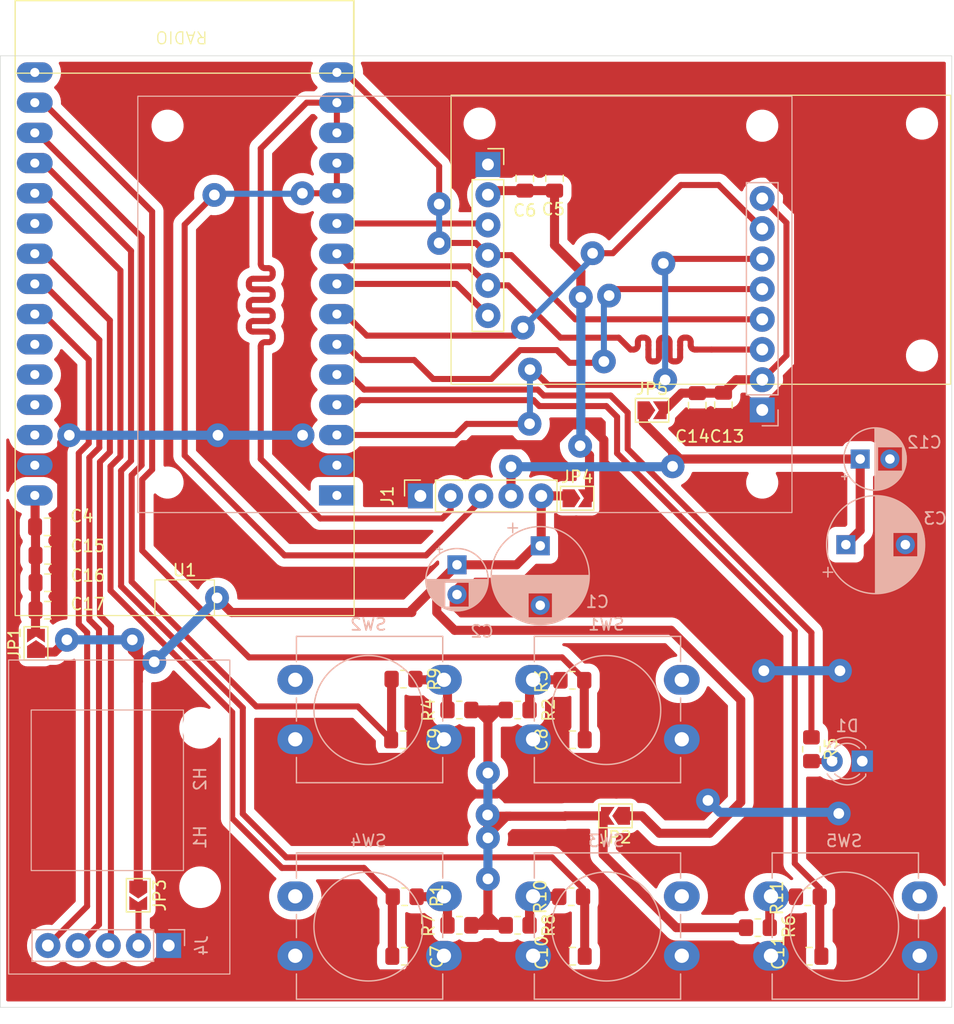
<source format=kicad_pcb>
(kicad_pcb (version 20240108) (generator "pcbnew") (generator_version "8.0")
  (layers (0 "F.Cu" signal) (31 "B.Cu" signal) (34 "B.Paste" user) (35 "F.Paste" user) (36 "B.SilkS" user "B.Silkscreen") (37 "F.SilkS" user "F.Silkscreen") (38 "B.Mask" user) (39 "F.Mask" user) (44 "Edge.Cuts" user))
  (net 0 "")
  (net 1 "+5V")
  (net 2 "GND")
  (net 3 "/LOAD_SDA")
  (net 4 "/LOAD_SCL")
  (net 5 "Net-(JP1-B)")
  (net 6 "Net-(D1-A)")
  (net 7 "Net-(JP2-B)")
  (net 8 "Net-(R1-Pad1)")
  (net 9 "Net-(R2-Pad2)")
  (net 10 "Net-(R4-Pad2)")
  (net 11 "Net-(R11-Pad1)")
  (net 12 "Net-(R10-Pad1)")
  (net 13 "Net-(J3-Pin_2)")
  (net 14 "Net-(J4-Pin_2)")
  (net 15 "/DISPLAY/DC")
  (net 16 "+3V3")
  (net 17 "Net-(J2-Pin_2)")
  (net 18 "/DISPLAY/MOSI")
  (net 19 "/DISPLAY/CS")
  (net 20 "/DISPLAY/SCK")
  (net 28 "/ESP32/BTN_CC")
  (net 29 "/ESP32/BTN_EN")
  (net 30 "/ESP32/BTN_CV")
  (net 31 "/ESP32/ENC_BNT")
  (net 32 "/ESP32/BTN_CR")
  (net 33 "/ESP32/ENC_DATA")
  (net 34 "/ESP32/CS_SD")
  (net 35 "/ESP32/MISO")
  (net 36 "/ESP32/BTN_CP")
  (net 37 "/ESP32/LED_EN")
  (net 38 "/ESP32/ENC_CLK")
  (net 39 "/DISPLAY/RST")
  (footprint "Resistor_SMD:R_0805_2012Metric_Pad1.20x1.40mm_HandSolder" (layer "F.Cu") (at 122.1 111.3)
    (property "Reference" "R3")
    (property "Value" "1k")
  )
  (footprint "Capacitor_SMD:C_0805_2012Metric_Pad1.18x1.45mm_HandSolder" (layer "F.Cu") (at 142 134.5 180)
    (property "Reference" "C11")
    (property "Value" "10u")
  )
  (footprint "Capacitor_SMD:C_0805_2012Metric_Pad1.18x1.45mm_HandSolder" (layer "F.Cu") (at 78 103.1)
    (property "Reference" "C16")
    (property "Value" "1u")
  )
  (footprint "Connector_PinSocket_2.54mm:PinSocket_1x05_P2.54mm_Vertical" (layer "F.Cu") (at 109.32 95.8 90)
    (property "Reference" "J1")
    (property "Value" "LOAD_CON")
  )
  (footprint "Resistor_SMD:R_0805_2012Metric_Pad1.20x1.40mm_HandSolder" (layer "F.Cu") (at 117.5 113.8)
    (property "Reference" "R2")
    (property "Value" "10k")
  )
  (footprint "Capacitor_SMD:C_0805_2012Metric_Pad1.18x1.45mm_HandSolder" (layer "F.Cu") (at 118.1 69.1 90)
    (property "Reference" "C6")
    (property "Value" "1u")
  )
  (footprint "Capacitor_SMD:C_0805_2012Metric_Pad1.18x1.45mm_HandSolder" (layer "F.Cu") (at 134.8 88.1625 -90)
    (property "Reference" "C13")
    (property "Value" "1u")
  )
  (footprint "Capacitor_SMD:C_0805_2012Metric_Pad1.18x1.45mm_HandSolder" (layer "F.Cu") (at 107.9 116.3)
    (property "Reference" "C9")
    (property "Value" "10u")
  )
  (footprint "MountingHole:MountingHole_2.2mm_M2" (layer "F.Cu") (at 114.3 64.5)
    (property "Reference" "H6" (hide yes))
    (property "Value" "SD_CARD_MOUNT" (hide yes))
  )
  (footprint "Jumper:SolderJumper-2_P1.3mm_Open_TrianglePad1.0x1.5mm" (layer "F.Cu") (at 122.5 96)
    (property "Reference" "JP4")
    (property "Value" "EN_SD_CARD_5V")
  )
  (footprint "Resistor_SMD:R_0805_2012Metric_Pad1.20x1.40mm_HandSolder" (layer "F.Cu") (at 117.5 131.9)
    (property "Reference" "R8")
    (property "Value" "10k")
  )
  (footprint "Capacitor_SMD:C_0805_2012Metric_Pad1.18x1.45mm_HandSolder" (layer "F.Cu") (at 132.6 88.2 -90)
    (property "Reference" "C14")
    (property "Value" "1u")
  )
  (footprint "Capacitor_SMD:C_0805_2012Metric_Pad1.18x1.45mm_HandSolder" (layer "F.Cu") (at 108 134.5)
    (property "Reference" "C7")
    (property "Value" "10u")
  )
  (footprint "Capacitor_SMD:C_0805_2012Metric_Pad1.18x1.45mm_HandSolder" (layer "F.Cu") (at 78 100.8)
    (property "Reference" "C15")
    (property "Value" "1u")
  )
  (footprint "Capacitor_SMD:C_0805_2012Metric_Pad1.18x1.45mm_HandSolder" (layer "F.Cu") (at 77.9625 98.4)
    (property "Reference" "C4")
    (property "Value" "1u")
  )
  (footprint "Resistor_SMD:R_0805_2012Metric_Pad1.20x1.40mm_HandSolder" (layer "F.Cu") (at 137.7 132.1)
    (property "Reference" "R6")
    (property "Value" "10k")
  )
  (footprint "MountingHole:MountingHole_2.2mm_M2" (layer "F.Cu") (at 114.3 84)
    (property "Reference" "H4" (hide yes))
    (property "Value" "SD_CARD_MOUNT" (hide yes))
  )
  (footprint "Resistor_SMD:R_0805_2012Metric_Pad1.20x1.40mm_HandSolder" (layer "F.Cu") (at 142.2 117.1 -90)
    (property "Reference" "R5")
    (property "Value" "10k")
  )
  (footprint "Jumper:SolderJumper-2_P1.3mm_Open_TrianglePad1.0x1.5mm" (layer "F.Cu") (at 125.725 122.7 180)
    (property "Reference" "JP2")
    (property "Value" "EN_BTNS_5V")
  )
  (footprint "esp32-v1:ESP32--DEVKIT-V1" (layer "F.Cu") (at 89.5 105.86 180)
    (property "Reference" "U1")
    (property "Value" "ESP32-DEVKIT-V1" (hide yes))
  )
  (footprint "Capacitor_SMD:C_0805_2012Metric_Pad1.18x1.45mm_HandSolder" (layer "F.Cu") (at 122.1 116.3 180)
    (property "Reference" "C8")
    (property "Value" "10u")
  )
  (footprint "Capacitor_SMD:C_0805_2012Metric_Pad1.18x1.45mm_HandSolder" (layer "F.Cu") (at 120.6 69.1 90)
    (property "Reference" "C5")
    (property "Value" "1u")
  )
  (footprint "MountingHole:MountingHole_2.2mm_M2" (layer "F.Cu") (at 151.5 64.5)
    (property "Reference" "H5" (hide yes))
    (property "Value" "SD_CARD_MOUNT" (hide yes))
  )
  (footprint "Resistor_SMD:R_0805_2012Metric_Pad1.20x1.40mm_HandSolder" (layer "F.Cu") (at 112.6 131.9 180)
    (property "Reference" "R7")
    (property "Value" "10k")
  )
  (footprint "Resistor_SMD:R_0805_2012Metric_Pad1.20x1.40mm_HandSolder" (layer "F.Cu") (at 107.9 111.2 180)
    (property "Reference" "R9")
    (property "Value" "1k")
  )
  (footprint "Jumper:SolderJumper-2_P1.3mm_Open_TrianglePad1.0x1.5mm" (layer "F.Cu") (at 85.6 129.375 -90)
    (property "Reference" "JP3")
    (property "Value" "EN_ENC_5V")
  )
  (footprint "Resistor_SMD:R_0805_2012Metric_Pad1.20x1.40mm_HandSolder" (layer "F.Cu") (at 122 129.5)
    (property "Reference" "R10")
    (property "Value" "1k")
  )
  (footprint "Capacitor_SMD:C_0805_2012Metric_Pad1.18x1.45mm_HandSolder" (layer "F.Cu") (at 122.1 134.5 180)
    (property "Reference" "C10")
    (property "Value" "10u")
  )
  (footprint "Resistor_SMD:R_0805_2012Metric_Pad1.20x1.40mm_HandSolder" (layer "F.Cu") (at 141.9 129.5)
    (property "Reference" "R11")
    (property "Value" "1k")
  )
  (footprint "Capacitor_SMD:C_0805_2012Metric_Pad1.18x1.45mm_HandSolder" (layer "F.Cu") (at 78 105.41)
    (property "Reference" "C17")
    (property "Value" "1u")
  )
  (footprint "Resistor_SMD:R_0805_2012Metric_Pad1.20x1.40mm_HandSolder" (layer "F.Cu") (at 108 129.5 180)
    (property "Reference" "R1")
    (property "Value" "1k")
  )
  (footprint "Connector_PinSocket_2.54mm:PinSocket_1x06_P2.54mm_Vertical" (layer "F.Cu") (at 115 67.94)
    (property "Reference" "J3" (hide yes))
    (property "Value" "SD_CARD")
  )
  (footprint "Resistor_SMD:R_0805_2012Metric_Pad1.20x1.40mm_HandSolder" (layer "F.Cu") (at 112.6 113.8 180)
    (property "Reference" "R4")
    (property "Value" "10k")
  )
  (footprint "MountingHole:MountingHole_2.2mm_M2" (layer "F.Cu") (at 151.5 84)
    (property "Reference" "H3" (hide yes))
    (property "Value" "SD_CARD_MOUNT" (hide yes))
  )
  (footprint "Jumper:SolderJumper-2_P1.3mm_Open_TrianglePad1.0x1.5mm" (layer "F.Cu") (at 77 108.2 90)
    (property "Reference" "JP1")
    (property "Value" "ENABLE_5V_ESP")
  )
  (footprint "Jumper:SolderJumper-2_P1.3mm_Open_TrianglePad1.0x1.5mm" (layer "F.Cu") (at 128.8 88.6)
    (property "Reference" "JP5")
    (property "Value" "EN_DISPLAY_3V3")
  )
  (footprint "Button_Switch_THT:SW_PUSH-12mm_Wuerth-430476085716" (layer "B.Cu") (at 111.3 129.4625 180)
    (property "Reference" "SW4")
    (property "Value" "CP")
  )
  (footprint "LED_THT:LED_D3.0mm" (layer "B.Cu") (at 146.475 118.1 180)
    (property "Reference" "D1")
    (property "Value" "LED_EN")
  )
  (footprint "MountingHole:MountingHole_2.2mm_M2" (layer "B.Cu") (at 138.06369 94.68 180)
    (property "Reference" "H10" (hide yes))
    (property "Value" "DISPLAY_MOUNT" (hide yes))
  )
  (footprint "Button_Switch_THT:SW_PUSH-12mm_Wuerth-430476085716" (layer "B.Cu") (at 111.3 111.2625 180)
    (property "Reference" "SW2")
    (property "Value" "CV")
  )
  (footprint "Connector_PinSocket_2.54mm:PinSocket_1x05_P2.54mm_Vertical" (layer "B.Cu") (at 88.16 133.6 90)
    (property "Reference" "J4")
    (property "Value" "ENCODER")
  )
  (footprint "MountingHole:MountingHole_3mm" (layer "B.Cu") (at 90.8 115.3)
    (property "Reference" "H2")
    (property "Value" "ENCODER_MOUNT")
  )
  (footprint "Button_Switch_THT:SW_PUSH-12mm_Wuerth-430476085716" (layer "B.Cu") (at 131.3 129.4625 180)
    (property "Reference" "SW3")
    (property "Value" "CR")
  )
  (footprint "MountingHole:MountingHole_3mm" (layer "B.Cu") (at 90.8 128.7)
    (property "Reference" "H1")
    (property "Value" "ENCODER_MOUNT")
  )
  (footprint "Connector_PinSocket_2.54mm:PinSocket_1x08_P2.54mm_Vertical" (layer "B.Cu") (at 138.06369 88.575)
    (property "Reference" "J2" (hide yes))
    (property "Value" "Conn_01x08")
  )
  (footprint "Capacitor_THT:CP_Radial_D8.0mm_P5.00mm" (layer "B.Cu") (at 119.4 100 -90)
    (property "Reference" "C1")
    (property "Value" "470u")
  )
  (footprint "Button_Switch_THT:SW_PUSH-12mm_Wuerth-430476085716" (layer "B.Cu") (at 151.3 129.4625 180)
    (property "Reference" "SW5")
    (property "Value" "EN")
  )
  (footprint "MountingHole:MountingHole_2.2mm_M2" (layer "B.Cu") (at 88.06369 94.68 180)
    (property "Reference" "H8" (hide yes))
    (property "Value" "DISPLAY_MOUNT" (hide yes))
  )
  (footprint "Capacitor_THT:CP_Radial_D5.0mm_P2.50mm" (layer "B.Cu") (at 112.4 101.594888 -90)
    (property "Reference" "C2")
    (property "Value" "10u")
  )
  (footprint "Capacitor_THT:CP_Radial_D8.0mm_P5.00mm" (layer "B.Cu") (at 145.097349 99.9)
    (property "Reference" "C3")
    (property "Value" "470u")
  )
  (footprint "MountingHole:MountingHole_2.2mm_M2" (layer "B.Cu") (at 88.06369 64.68 180)
    (property "Reference" "H7" (hide yes))
    (property "Value" "DISPLAY_MOUNT" (hide yes))
  )
  (footprint "MountingHole:MountingHole_2.2mm_M2" (layer "B.Cu") (at 138.06369 64.68 180)
    (property "Reference" "H9" (hide yes))
    (property "Value" "DISPLAY_MOUNT" (hide yes))
  )
  (footprint "Button_Switch_THT:SW_PUSH-12mm_Wuerth-430476085716" (layer "B.Cu") (at 131.3 111.2625 180)
    (property "Reference" "SW1")
    (property "Value" "CC")
  )
  (footprint "Capacitor_THT:CP_Radial_D5.0mm_P2.50mm" (layer "B.Cu") (at 146.3 92.7)
    (property "Reference" "C12")
    (property "Value" "10u")
  )
  (gr_rect (start 76.6 113.8) (end 89.4 127.3) (stroke (width 0.1)) (fill none) (layer "B.SilkS"))
  (gr_rect (start 74.7 109.6) (end 93.3 136) (stroke (width 0.1)) (fill none) (layer "B.SilkS"))
  (gr_rect (start 85.56369 62.2) (end 140.56369 97.2) (stroke (width 0.1)) (fill none) (layer "B.SilkS"))
  (gr_rect (start 111.9 62.115) (end 153.9 86.415) (stroke (width 0.1)) (fill none) (layer "F.SilkS"))
  (gr_rect (start 74 58.8) (end 154 138.8) (stroke (width 0.05)) (fill none) (layer "Edge.Cuts"))
  (segment (start 86.24388 109.75612) (end 85.6 110.4) (width 0.762) (layer "F.Cu") (net 1))
  (segment (start 93.44624 105.6) (end 92.22312 104.37688) (width 0.762) (layer "F.Cu") (net 1))
  (segment (start 136.262 112.962) (end 136.262 121.538) (width 0.762) (layer "F.Cu") (net 1))
  (segment (start 108.6 105.6) (end 93.44624 105.6) (width 0.762) (layer "F.Cu") (net 1))
  (segment (start 133.638 124.162) (end 129.419898 124.162) (width 0.762) (layer "F.Cu") (net 1))
  (segment (start 110.7 103.294888) (end 110.7 105.6) (width 0.762) (layer "F.Cu") (net 1))
  (segment (start 129.419898 124.162) (end 127.957898 122.7) (width 0.762) (layer "F.Cu") (net 1))
  (segment (start 85.6 110.4) (end 85.6 111.4) (width 0.762) (layer "F.Cu") (net 1))
  (segment (start 112.4 101.594888) (end 117.402461 101.594888) (width 0.762) (layer "F.Cu") (net 1))
  (segment (start 86.94388 109.75612) (end 86.24388 109.75612) (width 0.762) (layer "F.Cu") (net 1))
  (segment (start 85.6 108.4) (end 85.1 107.9) (width 0.762) (layer "F.Cu") (net 1))
  (segment (start 110.7 105.6) (end 112.2 107.1) (width 0.762) (layer "F.Cu") (net 1))
  (segment (start 136.262 121.538) (end 133.638 124.162) (width 0.762) (layer "F.Cu") (net 1))
  (segment (start 112.4 101.594888) (end 110.7 103.294888) (width 0.762) (layer "F.Cu") (net 1))
  (segment (start 121.575 95.8) (end 121.775 96) (width 0.762) (layer "F.Cu") (net 1))
  (segment (start 112.4 101.594888) (end 108.6 105.394888) (width 0.762) (layer "F.Cu") (net 1))
  (segment (start 108.6 105.394888) (end 108.6 105.6) (width 0.762) (layer "F.Cu") (net 1))
  (segment (start 85.1 108.8) (end 85.1 107.9) (width 0.762) (layer "F.Cu") (net 1))
  (segment (start 119.48 95.8) (end 121.575 95.8) (width 0.762) (layer "F.Cu") (net 1))
  (segment (start 79.6 107.9) (end 78.575 108.925) (width 0.762) (layer "F.Cu") (net 1))
  (segment (start 78.575 108.925) (end 77 108.925) (width 0.762) (layer "F.Cu") (net 1))
  (segment (start 112.2 107.1) (end 130.4 107.1) (width 0.762) (layer "F.Cu") (net 1))
  (segment (start 117.402461 101.594888) (end 119.4 99.597349) (width 0.762) (layer "F.Cu") (net 1))
  (segment (start 85.6 111.4) (end 85.6 108.4) (width 0.762) (layer "F.Cu") (net 1))
  (segment (start 127.957898 122.7) (end 126.45 122.7) (width 0.762) (layer "F.Cu") (net 1))
  (segment (start 86.94388 109.75612) (end 86.05612 109.75612) (width 0.762) (layer "F.Cu") (net 1))
  (segment (start 86.05612 109.75612) (end 85.1 108.8) (width 0.762) (layer "F.Cu") (net 1))
  (segment (start 130.4 107.1) (end 136.262 112.962) (width 0.762) (layer "F.Cu") (net 1))
  (segment (start 85.6 128.65) (end 85.6 111.4) (width 0.762) (layer "F.Cu") (net 1))
  (segment (start 119.48 95.8) (end 119.48 99.517349) (width 0.762) (layer "F.Cu") (net 1))
  (segment (start 119.48 99.517349) (end 119.4 99.597349) (width 0.762) (layer "F.Cu") (net 1))
  (via (at 79.6 107.9) (size 2) (drill 0.9) (layers "F.Cu" "B.Cu") (net 1))
  (via (at 86.94388 109.75612) (size 2) (drill 0.9) (layers "F.Cu" "B.Cu") (net 1))
  (via (at 85.1 107.9) (size 2) (drill 0.9) (layers "F.Cu" "B.Cu") (net 1))
  (via (at 92.22312 104.37688) (size 2) (drill 0.9) (layers "F.Cu" "B.Cu") (net 1))
  (segment (start 92.22312 104.37688) (end 92.22312 104.47688) (width 0.762) (layer "B.Cu") (net 1))
  (segment (start 92.22312 104.47688) (end 86.94388 109.75612) (width 0.762) (layer "B.Cu") (net 1))
  (segment (start 79.6 107.9) (end 85.1 107.9) (width 0.762) (layer "B.Cu") (net 1))
  (segment (start 109.0375 134.5) (end 111.2625 134.5) (width 0.762) (layer "F.Cu") (net 2))
  (segment (start 79 100.7625) (end 79.0375 100.8) (width 0.762) (layer "F.Cu") (net 2))
  (segment (start 150.097349 93.997349) (end 148.8 92.7) (width 0.762) (layer "F.Cu") (net 2))
  (segment (start 120.6 68.0625) (end 137.893745 68.0625) (width 0.762) (layer "F.Cu") (net 2))
  (segment (start 118.8 134.4625) (end 121.025 134.4625) (width 0.762) (layer "F.Cu") (net 2))
  (segment (start 144.6 110.5) (end 150.097349 105.002651) (width 0.762) (layer "F.Cu") (net 2))
  (segment (start 100.3245 135.987) (end 109.7755 135.987) (width 0.762) (layer "F.Cu") (net 2))
  (segment (start 144.5 122.5) (end 145.675 122.5) (width 0.762) (layer "F.Cu") (net 2))
  (segment (start 115.738 120.862) (end 118.8 117.8) (width 0.762) (layer "F.Cu") (net 2))
  (segment (start 123.479845 89.826584) (end 124.75 91.096739) (width 0.762) (layer "F.Cu") (net 2))
  (segment (start 79 98.4) (end 79.162 98.238) (width 0.762) (layer "F.Cu") (net 2))
  (segment (start 109.7755 135.987) (end 111.3 134.4625) (width 0.762) (layer "F.Cu") (net 2))
  (segment (start 102.3 93.22) (end 101.338 93.22) (width 0.762) (layer "F.Cu") (net 2))
  (segment (start 137.43869 89.2) (end 138.06369 88.575) (width 0.762) (layer "F.Cu") (net 2))
  (segment (start 101.338 93.22) (end 99.4 91.282) (width 0.762) (layer "F.Cu") (net 2))
  (segment (start 118.8 116.2625) (end 120.3245 117.787) (width 0.762) (layer "F.Cu") (net 2))
  (segment (start 99.4 91.282) (end 99.4 90.719849) (width 0.762) (layer "F.Cu") (net 2))
  (segment (start 76.98 93.3) (end 76.9 93.22) (width 0.762) (layer "F.Cu") (net 2))
  (segment (start 79.0375 100.8) (end 79.0375 103.1) (width 0.762) (layer "F.Cu") (net 2))
  (segment (start 141.116 85.545245) (end 138.086245 88.575) (width 0.762) (layer "F.Cu") (net 2))
  (segment (start 98.8 134.4625) (end 98.1625 134.4625) (width 0.762) (layer "F.Cu") (net 2))
  (segment (start 134.8 89.2) (end 137.43869 89.2) (width 0.762) (layer "F.Cu") (net 2))
  (segment (start 150.097349 99.9) (end 150.097349 93.997349) (width 0.762) (layer "F.Cu") (net 2))
  (segment (start 100.3245 117.787) (end 109.7755 117.787) (width 0.762) (layer "F.Cu") (net 2))
  (segment (start 129.7755 135.987) (end 131.3 134.4625) (width 0.762) (layer "F.Cu") (net 2))
  (segment (start 118.1 68.0625) (end 120.6 68.0625) (width 0.762) (layer "F.Cu") (net 2))
  (segment (start 145.299 88.575) (end 148.8 92.076) (width 0.762) (layer "F.Cu") (net 2))
  (segment (start 146.475 123.3) (end 146.475 121.7) (width 0.762) (layer "F.Cu") (net 2))
  (segment (start 146.475 121.7) (end 146.475 118.1) (width 0.762) (layer "F.Cu") (net 2))
  (segment (start 129.7755 117.787) (end 131.3 116.2625) (width 0.762) (layer "F.Cu") (net 2))
  (segment (start 145.675 122.5) (end 146.475 121.7) (width 0.762) (layer "F.Cu") (net 2))
  (segment (start 138.06369 88.575) (end 145.299 88.575) (width 0.762) (layer "F.Cu") (net 2))
  (segment (start 120.346739 91.5) (end 122.020155 89.826584) (width 0.762) (layer "F.Cu") (net 2))
  (segment (start 150.097349 99.9) (end 150.097349 114.477651) (width 0.762) (layer "F.Cu") (net 2))
  (segment (start 98.8 134.4625) (end 100.3245 135.987) (width 0.762) (layer "F.Cu") (net 2))
  (segment (start 150.097349 105.002651) (end 150.097349 99.9) (width 0.762) (layer "F.Cu") (net 2))
  (segment (start 79.162 92.6) (end 79.162 93.762) (width 0.762) (layer "F.Cu") (net 2))
  (segment (start 145.675 122.5) (end 146.475 123.3) (width 0.762) (layer "F.Cu") (net 2))
  (segment (start 111.2625 134.5) (end 111.3 134.4625) (width 0.762) (layer "F.Cu") (net 2))
  (segment (start 109.32 95.8) (end 106.74 93.22) (width 0.762) (layer "F.Cu") (net 2))
  (segment (start 118.897539 104.094888) (end 119.4 104.597349) (width 0.762) (layer "F.Cu") (net 2))
  (segment (start 98.1625 134.4625) (end 97.3 133.6) (width 0.762) (layer "F.Cu") (net 2))
  (segment (start 121.025 134.4625) (end 121.0625 134.5) (width 0.762) (layer "F.Cu") (net 2))
  (segment (start 111.3 118.2745) (end 113.8875 120.862) (width 0.762) (layer "F.Cu") (net 2))
  (segment (start 138.8 134.4625) (end 140.3245 135.987) (width 0.762) (layer "F.Cu") (net 2))
  (segment (start 132.6 89.2375) (end 134.7625 89.2375) (width 0.762) (layer "F.Cu") (net 2))
  (segment (start 122.6 101.397349) (end 119.4 104.597349) (width 0.762) (layer "F.Cu") (net 2))
  (segment (start 112.4 104.094888) (end 118.897539 104.094888) (width 0.762) (layer "F.Cu") (net 2))
  (segment (start 111.3 116.2625) (end 111.3 118.2745) (width 0.762) (layer "F.Cu") (net 2))
  (segment (start 79.8 90.7) (end 79.162 91.338) (width 0.762) (layer "F.Cu") (net 2))
  (segment (start 79.162 98.238) (end 79.162 93.762) (width 0.762) (layer "F.Cu") (net 2))
  (segment (start 111.3 134.4625) (end 118.8 134.4625) (width 0.762) (layer "F.Cu") (net 2))
  (segment (start 99.4 90.719849) (end 99.419096 90.700753) (width 0.762) (layer "F.Cu") (net 2))
  (segment (start 113.8875 120.862) (end 115.738 120.862) (width 0.762) (layer "F.Cu") (net 2))
  (segment (start 151.3 134.4625) (end 146.475 129.6375) (width 0.762) (layer "F.Cu") (net 2))
  (segment (start 149.7755 135.987) (end 151.3 134.4625) (width 0.762) (layer "F.Cu") (net 2))
  (segment (start 120.3245 135.987) (end 129.7755 135.987) (width 0.762) (layer "F.Cu") (net 2))
  (segment (start 98.8 116.2625) (end 100.3245 117.787) (width 0.762) (layer "F.Cu") (net 2))
  (segment (start 140.3245 135.987) (end 149.7755 135.987) (width 0.762) (layer "F.Cu") (net 2))
  (segment (start 121.025 116.2625) (end 121.0625 116.3) (width 0.762) (layer "F.Cu") (net 2))
  (segment (start 122.6 101.397349) (end 129.097349 101.397349) (width 0.762) (layer "F.Cu") (net 2))
  (segment (start 118.8 117.8) (end 118.8 116.2625) (width 0.762) (layer "F.Cu") (net 2))
  (segment (start 138.086245 88.575) (end 138.06369 88.575) (width 0.762) (layer "F.Cu") (net 2))
  (segment (start 124.75 91.096739) (end 124.75 99.247349) (width 0.762) (layer "F.Cu") (net 2))
  (segment (start 141.116 71.284755) (end 141.116 85.545245) (width 0.762) (layer "F.Cu") (net 2))
  (segment (start 124.75 99.247349) (end 122.6 101.397349) (width 0.762) (layer "F.Cu") (net 2))
  (segment (start 122.020155 89.826584) (end 123.479845 89.826584) (width 0.762) (layer "F.Cu") (net 2))
  (segment (start 133.5 121.4) (end 131.3 119.2) (width 0.762) (layer "F.Cu") (net 2))
  (segment (start 129.097349 101.397349) (end 138.2 110.5) (width 0.762) (layer "F.Cu") (net 2))
  (segment (start 148.8 92.076) (end 148.8 92.7) (width 0.762) (layer "F.Cu") (net 2))
  (segment (start 106.74 93.22) (end 102.3 93.22) (width 0.762) (layer "F.Cu") (net 2))
  (segment (start 109.7755 117.787) (end 111.3 116.2625) (width 0.762) (layer "F.Cu") (net 2))
  (segment (start 97.3 133.6) (end 88.16 133.6) (width 0.762) (layer "F.Cu") (net 2))
  (segment (start 79.162 91.338) (end 79.162 92.6) (width 0.762) (layer "F.Cu") (net 2))
  (segment (start 109.32 95.8) (end 109.32 95.08) (width 0.762) (layer "F.Cu") (net 2))
  (segment (start 108.975 116.2625) (end 108.9375 116.3) (width 0.762) (layer "F.Cu") (net 2))
  (segment (start 78.542 93.22) (end 79.162 92.6) (width 0.762) (layer "F.Cu") (net 2))
  (segment (start 134.7625 89.2375) (end 134.8 89.2) (width 0.762) (layer "F.Cu") (net 2))
  (segment (start 109.32 95.08) (end 112.9 91.5) (width 0.762) (layer "F.Cu") (net 2))
  (segment (start 120.3245 117.787) (end 129.7755 117.787) (width 0.762) (layer "F.Cu") (net 2))
  (segment (start 79.0375 103.1) (end 79.0375 105.41) (width 0.762) (layer "F.Cu") (net 2))
  (segment (start 112.9 91.5) (end 120.346739 91.5) (width 0.762) (layer "F.Cu") (net 2))
  (segment (start 137.893745 68.0625) (end 141.116 71.284755) (width 0.762) (layer "F.Cu") (net 2))
  (segment (start 150.097349 114.477651) (end 146.475 118.1) (width 0.762) (layer "F.Cu") (net 2))
  (segment (start 118.8 134.4625) (end 120.3245 135.987) (width 0.762) (layer "F.Cu") (net 2))
  (segment (start 111.3 116.2625) (end 108.975 116.2625) (width 0.762) (layer "F.Cu") (net 2))
  (segment (start 115 67.94) (end 117.9775 67.94) (width 0.762) (layer "F.Cu") (net 2))
  (segment (start 78.62 93.22) (end 76.9 93.22) (width 0.762) (layer "F.Cu") (net 2))
  (segment (start 131.3 119.2) (end 131.3 116.2625) (width 0.762) (layer "F.Cu") (net 2))
  (segment (start 131.3 134.4625) (end 138.8 134.4625) (width 0.762) (layer "F.Cu") (net 2))
  (segment (start 79.162 93.762) (end 78.62 93.22) (width 0.762) (layer "F.Cu") (net 2))
  (segment (start 118.8 116.2625) (end 121.025 116.2625) (width 0.762) (layer "F.Cu") (net 2))
  (segment (start 76.9 93.22) (end 78.542 93.22) (width 0.762) (layer "F.Cu") (net 2))
  (segment (start 117.9775 67.94) (end 118.1 68.0625) (width 0.762) (layer "F.Cu") (net 2))
  (segment (start 146.475 129.6375) (end 146.475 123.3) (width 0.762) (layer "F.Cu") (net 2))
  (segment (start 79 98.4) (end 79 100.7625) (width 0.762) (layer "F.Cu") (net 2))
  (via (at 79.8 90.7) (size 2) (drill 0.9) (layers "F.Cu" "B.Cu") (net 2))
  (via (at 92.3 90.7) (size 2) (drill 0.9) (layers "F.Cu" "B.Cu") (net 2))
  (via (at 99.419096 90.700753) (size 2) (drill 0.9) (layers "F.Cu" "B.Cu") (net 2))
  (via (at 144.5 122.5) (size 2) (drill 0.9) (layers "F.Cu" "B.Cu") (net 2))
  (via (at 133.5 121.4) (size 2) (drill 0.9) (layers "F.Cu" "B.Cu") (net 2))
  (via (at 144.6 110.5) (size 2) (drill 0.9) (layers "F.Cu" "B.Cu") (net 2))
  (via (at 138.2 110.5) (size 2) (drill 0.9) (layers "F.Cu" "B.Cu") (net 2))
  (segment (start 92.300753 90.700753) (end 92.3 90.7) (width 0.762) (layer "B.Cu") (net 2))
  (segment (start 138.2 110.5) (end 144.6 110.5) (width 0.762) (layer "B.Cu") (net 2))
  (segment (start 92.3 90.7) (end 79.8 90.7) (width 0.762) (layer "B.Cu") (net 2))
  (segment (start 133.5 121.4) (end 134.5 122.4) (width 0.762) (layer "B.Cu") (net 2))
  (segment (start 134.5 122.4) (end 144.4 122.4) (width 0.762) (layer "B.Cu") (net 2))
  (segment (start 99.419096 90.700753) (end 92.300753 90.700753) (width 0.762) (layer "B.Cu") (net 2))
  (segment (start 144.4 122.4) (end 144.5 122.5) (width 0.762) (layer "B.Cu") (net 2))
  (segment (start 94.9 81.455488) (end 94.9 81.633288) (width 0.508) (layer "F.Cu") (net 3))
  (segment (start 95.2556 77.543888) (end 96.5444 77.543888) (width 0.508) (layer "F.Cu") (net 3))
  (segment (start 100.9 97.7) (end 111.162081 97.7) (width 0.508) (layer "F.Cu") (net 3))
  (segment (start 95.9 83.411288) (end 95.9 92.7) (width 0.508) (layer "F.Cu") (net 3))
  (segment (start 95.9 66.6) (end 95.9 76.299288) (width 0.508) (layer "F.Cu") (net 3))
  (segment (start 94.9 79.677488) (end 94.9 79.855288) (width 0.508) (layer "F.Cu") (net 3))
  (segment (start 102.3 62.74) (end 99.76 62.74) (width 0.508) (layer "F.Cu") (net 3))
  (segment (start 95.9 83.233488) (end 95.9 83.411288) (width 0.508) (layer "F.Cu") (net 3))
  (segment (start 96.9 82.344488) (end 96.9 82.522288) (width 0.508) (layer "F.Cu") (net 3))
  (segment (start 95.2556 79.321888) (end 96.5444 79.321888) (width 0.508) (layer "F.Cu") (net 3))
  (segment (start 111.162081 97.7) (end 111.86 97.002081) (width 0.508) (layer "F.Cu") (net 3))
  (segment (start 95.2556 81.099888) (end 96.5444 81.099888) (width 0.508) (layer "F.Cu") (net 3))
  (segment (start 96.2556 76.654888) (end 96.5444 76.654888) (width 0.508) (layer "F.Cu") (net 3))
  (segment (start 111.86 97.002081) (end 111.86 95.8) (width 0.508) (layer "F.Cu") (net 3))
  (segment (start 94.9 77.899488) (end 94.9 78.077288) (width 0.508) (layer "F.Cu") (net 3))
  (segment (start 102.3 65.28) (end 102.3 62.74) (width 0.508) (layer "F.Cu") (net 3))
  (segment (start 96.9 77.010488) (end 96.9 77.188288) (width 0.508) (layer "F.Cu") (net 3))
  (segment (start 95.9 92.7) (end 100.9 97.7) (width 0.508) (layer "F.Cu") (net 3))
  (segment (start 95.2556 78.432888) (end 96.5444 78.432888) (width 0.508) (layer "F.Cu") (net 3))
  (segment (start 96.9 78.788488) (end 96.9 78.966288) (width 0.508) (layer "F.Cu") (net 3))
  (segment (start 95.2556 81.988888) (end 96.5444 81.988888) (width 0.508) (layer "F.Cu") (net 3))
  (segment (start 99.76 62.74) (end 95.9 66.6) (width 0.508) (layer "F.Cu") (net 3))
  (segment (start 96.9 80.566488) (end 96.9 80.744288) (width 0.508) (layer "F.Cu") (net 3))
  (segment (start 96.5444 82.877888) (end 96.2556 82.877888) (width 0.508) (layer "F.Cu") (net 3))
  (segment (start 95.2556 80.210888) (end 96.5444 80.210888) (width 0.508) (layer "F.Cu") (net 3))
  (arc (start 96.5444 81.988888) (mid 96.795847 82.093041) (end 96.9 82.344488) (width 0.508) (layer "F.Cu") (net 3))
  (arc (start 95.9 76.299288) (mid 96.004153 76.550735) (end 96.2556 76.654888) (width 0.508) (layer "F.Cu") (net 3))
  (arc (start 96.9 78.966288) (mid 96.795847 79.217735) (end 96.5444 79.321888) (width 0.508) (layer "F.Cu") (net 3))
  (arc (start 96.9 77.188288) (mid 96.795847 77.439735) (end 96.5444 77.543888) (width 0.508) (layer "F.Cu") (net 3))
  (arc (start 96.9 80.744288) (mid 96.795847 80.995735) (end 96.5444 81.099888) (width 0.508) (layer "F.Cu") (net 3))
  (arc (start 95.2556 81.099888) (mid 95.004153 81.204041) (end 94.9 81.455488) (width 0.508) (layer "F.Cu") (net 3))
  (arc (start 94.9 79.855288) (mid 95.004153 80.106735) (end 95.2556 80.210888) (width 0.508) (layer "F.Cu") (net 3))
  (arc (start 94.9 81.633288) (mid 95.004153 81.884735) (end 95.2556 81.988888) (width 0.508) (layer "F.Cu") (net 3))
  (arc (start 96.2556 82.877888) (mid 96.004153 82.982041) (end 95.9 83.233488) (width 0.508) (layer "F.Cu") (net 3))
  (arc (start 95.2556 77.543888) (mid 95.004153 77.648041) (end 94.9 77.899488) (width 0.508) (layer "F.Cu") (net 3))
  (arc (start 96.5444 80.210888) (mid 96.795847 80.315041) (end 96.9 80.566488) (width 0.508) (layer "F.Cu") (net 3))
  (arc (start 96.5444 76.654888) (mid 96.795847 76.759041) (end 96.9 77.010488) (width 0.508) (layer "F.Cu") (net 3))
  (arc (start 95.2556 79.321888) (mid 95.004153 79.426041) (end 94.9 79.677488) (width 0.508) (layer "F.Cu") (net 3))
  (arc (start 96.9 82.522288) (mid 96.795847 82.773735) (end 96.5444 82.877888) (width 0.508) (layer "F.Cu") (net 3))
  (arc (start 94.9 78.077288) (mid 95.004153 78.328735) (end 95.2556 78.432888) (width 0.508) (layer "F.Cu") (net 3))
  (arc (start 96.5444 78.432888) (mid 96.795847 78.537041) (end 96.9 78.788488) (width 0.508) (layer "F.Cu") (net 3))
  (segment (start 97.9 100.8) (end 89.5 92.4) (width 0.508) (layer "F.Cu") (net 4))
  (segment (start 109.8 100.8) (end 97.9 100.8) (width 0.508) (layer "F.Cu") (net 4))
  (segment (start 114.4 96.2) (end 109.8 100.8) (width 0.508) (layer "F.Cu") (net 4))
  (segment (start 89.5 73) (end 92 70.5) (width 0.508) (layer "F.Cu") (net 4))
  (segment (start 102.3 67.82) (end 102.3 70.36) (width 0.508) (layer "F.Cu") (net 4))
  (segment (start 99.4 70.36) (end 102.3 70.36) (width 0.508) (layer "F.Cu") (net 4))
  (segment (start 114.4 95.8) (end 114.4 96.2) (width 0.508) (layer "F.Cu") (net 4))
  (segment (start 89.5 92.4) (end 89.5 73) (width 0.508) (layer "F.Cu") (net 4))
  (via (at 92 70.5) (size 2) (drill 0.9) (layers "F.Cu" "B.Cu") (net 4))
  (via (at 99.4 70.36) (size 2) (drill 0.9) (layers "F.Cu" "B.Cu") (net 4))
  (segment (start 99.36 70.4) (end 92.1 70.4) (width 0.508) (layer "B.Cu") (net 4))
  (segment (start 99.4 70.36) (end 99.36 70.4) (width 0.508) (layer "B.Cu") (net 4))
  (segment (start 92.1 70.4) (end 92 70.5) (width 0.508) (layer "B.Cu") (net 4))
  (segment (start 76.925 95.785) (end 76.9 95.76) (width 0.762) (layer "F.Cu") (net 5))
  (segment (start 76.9625 107.158097) (end 77 107.158097) (width 0.762) (layer "F.Cu") (net 5))
  (segment (start 76.9625 98.4375) (end 76.925 98.4) (width 0.762) (layer "F.Cu") (net 5))
  (segment (start 76.9625 105.41) (end 76.9625 107.158097) (width 0.762) (layer "F.Cu") (net 5))
  (segment (start 76.9625 100.8) (end 76.9625 98.4375) (width 0.762) (layer "F.Cu") (net 5))
  (segment (start 76.9625 105.41) (end 76.9625 103.1) (width 0.762) (layer "F.Cu") (net 5))
  (segment (start 76.9625 103.1) (end 76.9625 100.8) (width 0.762) (layer "F.Cu") (net 5))
  (segment (start 76.925 98.4) (end 76.925 95.785) (width 0.762) (layer "F.Cu") (net 5))
  (segment (start 142.2 118.1) (end 143.935 118.1) (width 0.508) (layer "F.Cu") (net 6))
  (segment (start 121.471051 122.728949) (end 116.825344 122.728949) (width 0.762) (layer "F.Cu") (net 7))
  (segment (start 116.825344 122.728949) (end 115.078511 122.728949) (width 0.762) (layer "F.Cu") (net 7))
  (segment (start 113.6 131.9) (end 115 131.9) (width 0.762) (layer "F.Cu") (net 7))
  (segment (start 113.6 113.8) (end 114.1 113.8) (width 0.762) (layer "F.Cu") (net 7))
  (segment (start 116.825344 122.728949) (end 116.571051 122.728949) (width 0.762) (layer "F.Cu") (net 7))
  (segment (start 115.8 131.9) (end 115 131.1) (width 0.762) (layer "F.Cu") (net 7))
  (segment (start 115.9 113.8) (end 115 114.7) (width 0.762) (layer "F.Cu") (net 7))
  (segment (start 116.5 113.8) (end 115.9 113.8) (width 0.762) (layer "F.Cu") (net 7))
  (segment (start 116.5 131.9) (end 115.8 131.9) (width 0.762) (layer "F.Cu") (net 7))
  (segment (start 114.1 113.8) (end 115 114.7) (width 0.762) (layer "F.Cu") (net 7))
  (segment (start 115 113.9) (end 115.1 113.8) (width 0.762) (layer "F.Cu") (net 7))
  (segment (start 121.5 122.7) (end 124.683097 122.7) (width 0.762) (layer "F.Cu") (net 7))
  (segment (start 124.683097 125.940995) (end 124.683097 122.7) (width 0.762) (layer "F.Cu") (net 7))
  (segment (start 115.078511 122.728949) (end 114.973562 122.624) (width 0.762) (layer "F.Cu") (net 7))
  (segment (start 113.6 131.9) (end 114.2 131.9) (width 0.762) (layer "F.Cu") (net 7))
  (segment (start 116.571051 122.728949) (end 115 124.3) (width 0.762) (layer "F.Cu") (net 7))
  (segment (start 113.6 113.8) (end 115.1 113.8) (width 0.762) (layer "F.Cu") (net 7))
  (segment (start 115 131.1) (end 115 128) (width 0.762) (layer "F.Cu") (net 7))
  (segment (start 115 119.1) (end 115 114.7) (width 0.762) (layer "F.Cu") (net 7))
  (segment (start 121.5 122.7) (end 121.471051 122.728949) (width 0.762) (layer "F.Cu") (net 7))
  (segment (start 115.1 113.8) (end 116.5 113.8) (width 0.762) (layer "F.Cu") (net 7))
  (segment (start 115 114.7) (end 115 113.9) (width 0.762) (layer "F.Cu") (net 7))
  (segment (start 114.2 131.9) (end 115 131.1) (width 0.762) (layer "F.Cu") (net 7))
  (segment (start 115 131.9) (end 115 131.1) (width 0.762) (layer "F.Cu") (net 7))
  (segment (start 115 124.3) (end 115 124.554293) (width 0.762) (layer "F.Cu") (net 7))
  (segment (start 115 131.9) (end 116.5 131.9) (width 0.762) (layer "F.Cu") (net 7))
  (segment (start 114.973562 122.624) (end 114.973562 124.527855) (width 0.762) (layer "F.Cu") (net 7))
  (segment (start 130.842102 132.1) (end 124.683097 125.940995) (width 0.762) (layer "F.Cu") (net 7))
  (segment (start 114.973562 124.527855) (end 115 124.554293) (width 0.762) (layer "F.Cu") (net 7))
  (segment (start 136.7 132.1) (end 130.842102 132.1) (width 0.762) (layer "F.Cu") (net 7))
  (via (at 114.973562 122.624) (size 2) (drill 0.9) (layers "F.Cu" "B.Cu") (net 7))
  (via (at 115 124.554293) (size 2) (drill 0.9) (layers "F.Cu" "B.Cu") (net 7))
  (via (at 115 119.1) (size 2) (drill 0.9) (layers "F.Cu" "B.Cu") (net 7))
  (via (at 115 128) (size 2) (drill 0.9) (layers "F.Cu" "B.Cu") (net 7))
  (segment (start 115 119.1) (end 115 122.597562) (width 0.762) (layer "B.Cu") (net 7))
  (segment (start 115 122.597562) (end 114.973562 122.624) (width 0.762) (layer "B.Cu") (net 7))
  (segment (start 115 124.554293) (end 115 128) (width 0.762) (layer "B.Cu") (net 7))
  (segment (start 111.2625 129.5) (end 111.3 129.4625) (width 0.762) (layer "F.Cu") (net 8))
  (segment (start 111.6 129.7625) (end 111.3 129.4625) (width 0.762) (layer "F.Cu") (net 8))
  (segment (start 109 129.5) (end 111.2625 129.5) (width 0.762) (layer "F.Cu") (net 8))
  (segment (start 111.6 131.9) (end 111.6 129.7625) (width 0.762) (layer "F.Cu") (net 8))
  (segment (start 118.5 111.5625) (end 118.8 111.2625) (width 0.762) (layer "F.Cu") (net 9))
  (segment (start 121.0625 111.2625) (end 121.1 111.3) (width 0.762) (layer "F.Cu") (net 9))
  (segment (start 118.5 113.8) (end 118.5 111.5625) (width 0.762) (layer "F.Cu") (net 9))
  (segment (start 118.8 111.2625) (end 121.0625 111.2625) (width 0.762) (layer "F.Cu") (net 9))
  (segment (start 111.6 111.5625) (end 111.3 111.2625) (width 0.762) (layer "F.Cu") (net 10))
  (segment (start 111.3 111.2625) (end 108.9625 111.2625) (width 0.762) (layer "F.Cu") (net 10))
  (segment (start 111.6 113.8) (end 111.6 111.5625) (width 0.762) (layer "F.Cu") (net 10))
  (segment (start 108.9625 111.2625) (end 108.9 111.2) (width 0.762) (layer "F.Cu") (net 10))
  (segment (start 138.7 129.5625) (end 138.8 129.4625) (width 0.762) (layer "F.Cu") (net 11))
  (segment (start 138.7 132.1) (end 138.7 129.5625) (width 0.762) (layer "F.Cu") (net 11))
  (segment (start 140.8625 129.4625) (end 140.9 129.5) (width 0.762) (layer "F.Cu") (net 11))
  (segment (start 138.8 129.4625) (end 140.8625 129.4625) (width 0.762) (layer "F.Cu") (net 11))
  (segment (start 120.9625 129.4625) (end 121 129.5) (width 0.762) (layer "F.Cu") (net 12))
  (segment (start 118.5 129.7625) (end 118.8 129.4625) (width 0.762) (layer "F.Cu") (net 12))
  (segment (start 118.8 129.4625) (end 120.9625 129.4625) (width 0.762) (layer "F.Cu") (net 12))
  (segment (start 118.5 131.9) (end 118.5 129.7625) (width 0.762) (layer "F.Cu") (net 12))
  (segment (start 120.6 70.1375) (end 118.1 70.1375) (width 0.762) (layer "F.Cu") (net 13))
  (segment (start 122.81224 76.93224) (end 120.6 74.72) (width 0.762) (layer "F.Cu") (net 13))
  (segment (start 115.3425 70.1375) (end 115 70.48) (width 0.762) (layer "F.Cu") (net 13))
  (segment (start 123.541903 92.380487) (end 123.541903 96) (width 0.762) (layer "F.Cu") (net 13))
  (segment (start 120.6 74.72) (end 120.6 70.1375) (width 0.762) (layer "F.Cu") (net 13))
  (segment (start 122.75 91.588584) (end 123.541903 92.380487) (width 0.762) (layer "F.Cu") (net 13))
  (segment (start 122.81224 79.1) (end 122.81224 76.93224) (width 0.762) (layer "F.Cu") (net 13))
  (segment (start 118.1 70.1375) (end 115.3425 70.1375) (width 0.762) (layer "F.Cu") (net 13))
  (via (at 122.75 91.588584) (size 2) (drill 0.9) (layers "F.Cu" "B.Cu") (net 13))
  (via (at 122.81224 79.1) (size 2) (drill 0.9) (layers "F.Cu" "B.Cu") (net 13))
  (segment (start 122.81224 79.1) (end 122.81224 91.526344) (width 0.762) (layer "B.Cu") (net 13))
  (segment (start 122.81224 91.526344) (end 122.75 91.588584) (width 0.762) (layer "B.Cu") (net 13))
  (segment (start 85.62 133.6) (end 85.62 130.309903) (width 0.508) (layer "F.Cu") (net 14))
  (segment (start 85.62 130.309903) (end 85.6 130.289903) (width 0.508) (layer "F.Cu") (net 14))
  (segment (start 129.75 76.25) (end 130.125 75.875) (width 0.508) (layer "F.Cu") (net 15))
  (segment (start 120.060712 86.472) (end 129.478057 86.472) (width 0.508) (layer "F.Cu") (net 15))
  (segment (start 130.125 75.875) (end 138.06369 75.875) (width 0.508) (layer "F.Cu") (net 15))
  (segment (start 118.53383 85.179) (end 118.767712 85.179) (width 0.508) (layer "F.Cu") (net 15))
  (segment (start 113.213159 89.75) (end 112.283159 90.68) (width 0.508) (layer "F.Cu") (net 15))
  (segment (start 118.767712 85.179) (end 120.060712 86.472) (width 0.508) (layer "F.Cu") (net 15))
  (segment (start 118.5 89.738) (end 118.488 89.75) (width 0.508) (layer "F.Cu") (net 15))
  (segment (start 112.283159 90.68) (end 102.3 90.68) (width 0.508) (layer "F.Cu") (net 15))
  (segment (start 129.478057 86.472) (end 129.899464 86.050593) (width 0.508) (layer "F.Cu") (net 15))
  (segment (start 118.488 89.75) (end 113.213159 89.75) (width 0.508) (layer "F.Cu") (net 15))
  (via (at 129.899464 86.050593) (size 2) (drill 0.9) (layers "F.Cu" "B.Cu") (net 15))
  (via (at 129.75 76.25) (size 2) (drill 0.9) (layers "F.Cu" "B.Cu") (net 15))
  (via (at 118.53383 85.179) (size 2) (drill 0.9) (layers "F.Cu" "B.Cu") (net 15))
  (via (at 118.5 89.738) (size 2) (drill 0.9) (layers "F.Cu" "B.Cu") (net 15))
  (segment (start 118.53383 89.70417) (end 118.5 89.738) (width 0.508) (layer "B.Cu") (net 15))
  (segment (start 129.899464 76.399464) (end 129.899464 86.050593) (width 0.508) (layer "B.Cu") (net 15))
  (segment (start 118.53383 85.179) (end 118.53383 89.70417) (width 0.508) (layer "B.Cu") (net 15))
  (segment (start 129.75 76.25) (end 129.899464 76.399464) (width 0.508) (layer "B.Cu") (net 15))
  (segment (start 116.940799 95.799201) (end 116.94 95.8) (width 0.762) (layer "F.Cu") (net 16))
  (segment (start 116.940799 93.350584) (end 116.940799 95.799201) (width 0.762) (layer "F.Cu") (net 16))
  (segment (start 130.526269 92.085971) (end 128.075 89.634702) (width 0.762) (layer "F.Cu") (net 16))
  (segment (start 146.3 92.7) (end 146.3 98.697349) (width 0.762) (layer "F.Cu") (net 16))
  (segment (start 130.526269 93.314029) (end 131.140298 92.7) (width 0.762) (layer "F.Cu") (net 16))
  (segment (start 131.140298 92.7) (end 146.3 92.7) (width 0.762) (layer "F.Cu") (net 16))
  (segment (start 130.526269 92.085971) (end 131.140298 92.7) (width 0.762) (layer "F.Cu") (net 16))
  (segment (start 128.075 89.634702) (end 128.075 88.6) (width 0.762) (layer "F.Cu") (net 16))
  (segment (start 146.3 98.697349) (end 145.097349 99.9) (width 0.762) (layer "F.Cu") (net 16))
  (segment (start 130.526269 93.314029) (end 130.526269 92.085971) (width 0.762) (layer "F.Cu") (net 16))
  (via (at 116.940799 93.350584) (size 2) (drill 0.9) (layers "F.Cu" "B.Cu") (net 16))
  (via (at 130.526269 93.314029) (size 2) (drill 0.9) (layers "F.Cu" "B.Cu") (net 16))
  (segment (start 130.489714 93.350584) (end 116.940799 93.350584) (width 0.762) (layer "B.Cu") (net 16))
  (segment (start 130.526269 93.314029) (end 130.489714 93.350584) (width 0.762) (layer "B.Cu") (net 16))
  (segment (start 132.6 87.1625) (end 134.7625 87.1625) (width 0.762) (layer "F.Cu") (net 17))
  (segment (start 138.06369 70.795) (end 140.1 72.83131) (width 0.508) (layer "F.Cu") (net 17))
  (segment (start 140.1 72.83131) (end 140.1 83.99869) (width 0.508) (layer "F.Cu") (net 17))
  (segment (start 140.1 83.99869) (end 138.06369 86.035) (width 0.508) (layer "F.Cu") (net 17))
  (segment (start 134.8 87.125) (end 135.89 86.035) (width 0.762) (layer "F.Cu") (net 17))
  (segment (start 134.7625 87.1625) (end 134.8 87.125) (width 0.762) (layer "F.Cu") (net 17))
  (segment (start 132.6 87.1625) (end 131.279403 87.1625) (width 0.762) (layer "F.Cu") (net 17))
  (segment (start 135.89 86.035) (end 138.06369 86.035) (width 0.762) (layer "F.Cu") (net 17))
  (segment (start 131.279403 87.1625) (end 129.841903 88.6) (width 0.762) (layer "F.Cu") (net 17))
  (segment (start 102.3 60.2) (end 103.008 60.2) (width 0.508) (layer "F.Cu") (net 18))
  (segment (start 116.96 75.56) (end 122.355 80.955) (width 0.508) (layer "F.Cu") (net 18))
  (segment (start 115 75.56) (end 116.96 75.56) (width 0.508) (layer "F.Cu") (net 18))
  (segment (start 113.975 74.535) (end 115 75.56) (width 0.508) (layer "F.Cu") (net 18))
  (segment (start 110.9 68.092) (end 110.9 71.265) (width 0.508) (layer "F.Cu") (net 18))
  (segment (start 110.9 74.535) (end 113.975 74.535) (width 0.508) (layer "F.Cu") (net 18))
  (segment (start 122.355 80.955) (end 138.06369 80.955) (width 0.508) (layer "F.Cu") (net 18))
  (segment (start 103.008 60.2) (end 110.9 68.092) (width 0.508) (layer "F.Cu") (net 18))
  (via (at 110.9 71.265) (size 2) (drill 0.9) (layers "F.Cu" "B.Cu") (net 18))
  (via (at 110.9 74.535) (size 2) (drill 0.9) (layers "F.Cu" "B.Cu") (net 18))
  (segment (start 110.9 71.265) (end 110.9 74.535) (width 0.508) (layer "B.Cu") (net 18))
  (segment (start 103.008 80.52) (end 102.3 80.52) (width 0.508) (layer "F.Cu") (net 19))
  (segment (start 131.235 69.665) (end 134.39369 69.665) (width 0.508) (layer "F.Cu") (net 19))
  (segment (start 134.39369 69.665) (end 138.06369 73.335) (width 0.508) (layer "F.Cu") (net 19))
  (segment (start 117.275 82.325) (end 104.813 82.325) (width 0.508) (layer "F.Cu") (net 19))
  (segment (start 117.94388 81.65612) (end 117.275 82.325) (width 0.508) (layer "F.Cu") (net 19))
  (segment (start 104.813 82.325) (end 103.008 80.52) (width 0.508) (layer "F.Cu") (net 19))
  (segment (start 123.8 75.4) (end 125.5 75.4) (width 0.508) (layer "F.Cu") (net 19))
  (segment (start 125.5 75.4) (end 131.235 69.665) (width 0.508) (layer "F.Cu") (net 19))
  (via (at 117.94388 81.65612) (size 2) (drill 0.9) (layers "F.Cu" "B.Cu") (net 19))
  (via (at 123.8 75.4) (size 2) (drill 0.9) (layers "F.Cu" "B.Cu") (net 19))
  (segment (start 123.8 75.8) (end 117.94388 81.65612) (width 0.508) (layer "B.Cu") (net 19))
  (segment (start 123.8 75.4) (end 123.8 75.8) (width 0.508) (layer "B.Cu") (net 19))
  (segment (start 127.9612 82.495) (end 128.139 82.495) (width 0.508) (layer "F.Cu") (net 20))
  (segment (start 115 78.1) (end 116.7 78.1) (width 0.508) (layer "F.Cu") (net 20))
  (segment (start 116.7 78.1) (end 121.1 82.5) (width 0.508) (layer "F.Cu") (net 20))
  (segment (start 126.995 83.495) (end 127.25 83.495) (width 0.508) (layer "F.Cu") (net 20))
  (segment (start 129.7392 82.495) (end 129.917 82.495) (width 0.508) (layer "F.Cu") (net 20))
  (segment (start 132.0506 82.8506) (end 132.0506 83.1394) (width 0.508) (layer "F.Cu") (net 20))
  (segment (start 130.2726 82.8506) (end 130.2726 83.495) (width 0.508) (layer "F.Cu") (net 20))
  (segment (start 128.4946 82.8506) (end 128.4946 83.1394) (width 0.508) (layer "F.Cu") (net 20))
  (segment (start 121.1 82.5) (end 126 82.5) (width 0.508) (layer "F.Cu") (net 20))
  (segment (start 131.1616 83.1394) (end 131.1616 82.8506) (width 0.508) (layer "F.Cu") (net 20))
  (segment (start 113.4 76.5) (end 115 78.1) (width 0.508) (layer "F.Cu") (net 20))
  (segment (start 128.4946 83.1394) (end 128.4946 83.495) (width 0.508) (layer "F.Cu") (net 20))
  (segment (start 131.1616 84.1394) (end 131.1616 83.495) (width 0.508) (layer "F.Cu") (net 20))
  (segment (start 129.3836 83.495) (end 129.3836 82.8506) (width 0.508) (layer "F.Cu") (net 20))
  (segment (start 131.5172 82.495) (end 131.695 82.495) (width 0.508) (layer "F.Cu") (net 20))
  (segment (start 130.6282 84.495) (end 130.806 84.495) (width 0.508) (layer "F.Cu") (net 20))
  (segment (start 128.8502 84.495) (end 129.028 84.495) (width 0.508) (layer "F.Cu") (net 20))
  (segment (start 128.4946 83.495) (end 128.4946 84.1394) (width 0.508) (layer "F.Cu") (net 20))
  (segment (start 129.3836 84.1394) (end 129.3836 83.495) (width 0.508) (layer "F.Cu") (net 20))
  (segment (start 131.1616 83.495) (end 131.1616 83.1394) (width 0.508) (layer "F.Cu") (net 20))
  (segment (start 132.4062 83.495) (end 132.584 83.495) (width 0.508) (layer "F.Cu") (net 20))
  (segment (start 103.36 76.5) (end 113.4 76.5) (width 0.508) (layer "F.Cu") (net 20))
  (segment (start 133.8 83.495) (end 138.06369 83.495) (width 0.508) (layer "F.Cu") (net 20))
  (segment (start 130.2726 83.495) (end 130.2726 84.1394) (width 0.508) (layer "F.Cu") (net 20))
  (segment (start 127.6056 83.1394) (end 127.6056 82.8506) (width 0.508) (layer "F.Cu") (net 20))
  (segment (start 126 82.5) (end 126.995 83.495) (width 0.508) (layer "F.Cu") (net 20))
  (segment (start 102.3 75.44) (end 103.36 76.5) (width 0.508) (layer "F.Cu") (net 20))
  (segment (start 132.584 83.495) (end 133.8 83.495) (width 0.508) (layer "F.Cu") (net 20))
  (arc (start 130.2726 84.1394) (mid 130.376753 84.390847) (end 130.6282 84.495) (width 0.508) (layer "F.Cu") (net 20))
  (arc (start 129.028 84.495) (mid 129.279447 84.390847) (end 129.3836 84.1394) (width 0.508) (layer "F.Cu") (net 20))
  (arc (start 127.25 83.495) (mid 127.501447 83.390847) (end 127.6056 83.1394) (width 0.508) (layer "F.Cu") (net 20))
  (arc (start 132.0506 83.1394) (mid 132.154753 83.390847) (end 132.4062 83.495) (width 0.508) (layer "F.Cu") (net 20))
  (arc (start 127.6056 82.8506) (mid 127.709753 82.599153) (end 127.9612 82.495) (width 0.508) (layer "F.Cu") (net 20))
  (arc (start 128.139 82.495) (mid 128.390447 82.599153) (end 128.4946 82.8506) (width 0.508) (layer "F.Cu") (net 20))
  (arc (start 128.4946 84.1394) (mid 128.598753 84.390847) (end 128.8502 84.495) (width 0.508) (layer "F.Cu") (net 20))
  (arc (start 131.1616 82.8506) (mid 131.265753 82.599153) (end 131.5172 82.495) (width 0.508) (layer "F.Cu") (net 20))
  (arc (start 129.917 82.495) (mid 130.168447 82.599153) (end 130.2726 82.8506) (width 0.508) (layer "F.Cu") (net 20))
  (arc (start 130.806 84.495) (mid 131.057447 84.390847) (end 131.1616 84.1394) (width 0.508) (layer "F.Cu") (net 20))
  (arc (start 131.695 82.495) (mid 131.946447 82.599153) (end 132.0506 82.8506) (width 0.508) (layer "F.Cu") (net 20))
  (arc (start 129.3836 82.8506) (mid 129.487753 82.599153) (end 129.7392 82.495) (width 0.508) (layer "F.Cu") (net 20))
  (segment (start 85.934 94.421656) (end 85.934 100.4) (width 0.508) (layer "F.Cu") (net 28))
  (segment (start 94.9115 109.3775) (end 121.236006 109.3775) (width 0.508) (layer "F.Cu") (net 28))
  (segment (start 123.1 111.3) (end 123.1 116.2625) (width 0.762) (layer "F.Cu") (net 28))
  (segment (start 77.608 62.74) (end 86.769 71.901) (width 0.508) (layer "F.Cu") (net 28))
  (segment (start 76.9 62.74) (end 77.608 62.74) (width 0.508) (layer "F.Cu") (net 28))
  (segment (start 86.769 93.586656) (end 85.934 94.421656) (width 0.508) (layer "F.Cu") (net 28))
  (segment (start 121.236006 109.3775) (end 123.1 111.241494) (width 0.508) (layer "F.Cu") (net 28))
  (segment (start 123.1 116.2625) (end 123.1375 116.3) (width 0.762) (layer "F.Cu") (net 28))
  (segment (start 85.934 100.4) (end 94.9115 109.3775) (width 0.508) (layer "F.Cu") (net 28))
  (segment (start 123.1 111.241494) (end 123.1 111.3) (width 0.508) (layer "F.Cu") (net 28))
  (segment (start 86.769 71.901) (end 86.769 93.586656) (width 0.508) (layer "F.Cu") (net 28))
  (segment (start 140.8 126.7) (end 142.9 128.8) (width 0.508) (layer "F.Cu") (net 29))
  (segment (start 119.32424 88.25) (end 124.95 88.25) (width 0.508) (layer "F.Cu") (net 29))
  (segment (start 102.3 88.14) (end 103.840107 88.14) (width 0.508) (layer "F.Cu") (net 29))
  (segment (start 103.840107 88.14) (end 104.230107 87.75) (width 0.508) (layer "F.Cu") (net 29))
  (segment (start 142.9 134.3625) (end 143.0375 134.5) (width 0.762) (layer "F.Cu") (net 29))
  (segment (start 125.861 89.161) (end 125.861 92.218236) (width 0.508) (layer "F.Cu") (net 29))
  (segment (start 140.8 107.157236) (end 140.8 126.7) (width 0.508) (layer "F.Cu") (net 29))
  (segment (start 125.861 92.218236) (end 140.8 107.157236) (width 0.508) (layer "F.Cu") (net 29))
  (segment (start 104.230107 87.75) (end 118.82424 87.75) (width 0.508) (layer "F.Cu") (net 29))
  (segment (start 124.95 88.25) (end 125.861 89.161) (width 0.508) (layer "F.Cu") (net 29))
  (segment (start 142.9 129.5) (end 142.9 134.3625) (width 0.762) (layer "F.Cu") (net 29))
  (segment (start 142.9 128.8) (end 142.9 129.5) (width 0.508) (layer "F.Cu") (net 29))
  (segment (start 118.82424 87.75) (end 119.32424 88.25) (width 0.508) (layer "F.Cu") (net 29))
  (segment (start 85.045 103.018288) (end 95.526712 113.5) (width 0.508) (layer "F.Cu") (net 30))
  (segment (start 95.526712 113.5) (end 104.0625 113.5) (width 0.508) (layer "F.Cu") (net 30))
  (segment (start 106.9 111.2) (end 106.9 116.2625) (width 0.762) (layer "F.Cu") (net 30))
  (segment (start 85.88 74.049893) (end 85.88 93.21842) (width 0.508) (layer "F.Cu") (net 30))
  (segment (start 104.0625 113.5) (end 106.8625 116.3) (width 0.508) (layer "F.Cu") (net 30))
  (segment (start 85.88 93.21842) (end 85.045 94.05342) (width 0.508) (layer "F.Cu") (net 30))
  (segment (start 106.9 116.2625) (end 106.8625 116.3) (width 0.762) (layer "F.Cu") (net 30))
  (segment (start 77.110107 65.28) (end 85.88 74.049893) (width 0.508) (layer "F.Cu") (net 30))
  (segment (start 76.9 65.28) (end 77.110107 65.28) (width 0.508) (layer "F.Cu") (net 30))
  (segment (start 85.045 94.05342) (end 85.045 103.018288) (width 0.508) (layer "F.Cu") (net 30))
  (segment (start 77.862 75.44) (end 76.9 75.44) (width 0.762) (layer "F.Cu") (net 31))
  (segment (start 83.213 92.113712) (end 82.378 92.948712) (width 0.508) (layer "F.Cu") (net 31))
  (segment (start 83.3 106.773288) (end 83.3 133.38) (width 0.508) (layer "F.Cu") (net 31))
  (segment (start 77.608 75.44) (end 83.213 81.045) (width 0.508) (layer "F.Cu") (net 31))
  (segment (start 83.213 81.045) (end 83.213 92.113712) (width 0.508) (layer "F.Cu") (net 31))
  (segment (start 76.9 75.44) (end 77.608 75.44) (width 0.508) (layer "F.Cu") (net 31))
  (segment (start 82.378 92.948712) (end 82.378 105.851288) (width 0.508) (layer "F.Cu") (net 31))
  (segment (start 82.378 105.851288) (end 83.3 106.773288) (width 0.508) (layer "F.Cu") (net 31))
  (segment (start 83.3 133.38) (end 83.08 133.6) (width 0.508) (layer "F.Cu") (net 31))
  (segment (start 94.389 113.619524) (end 94.389 122.531764) (width 0.508) (layer "F.Cu") (net 32))
  (segment (start 84.156 103.386524) (end 94.389 113.619524) (width 0.508) (layer "F.Cu") (net 32))
  (segment (start 76.9 67.82) (end 77.608 67.82) (width 0.508) (layer "F.Cu") (net 32))
  (segment (start 84.156 93.685184) (end 84.156 103.386524) (width 0.508) (layer "F.Cu") (net 32))
  (segment (start 84.991 75.203) (end 84.991 92.850184) (width 0.508) (layer "F.Cu") (net 32))
  (segment (start 123.1375 134.5) (end 123.1375 129.6375) (width 0.762) (layer "F.Cu") (net 32))
  (segment (start 84.991 92.850184) (end 84.156 93.685184) (width 0.508) (layer "F.Cu") (net 32))
  (segment (start 94.389 122.531764) (end 98.046529 126.189293) (width 0.508) (layer "F.Cu") (net 32))
  (segment (start 77.608 67.82) (end 84.991 75.203) (width 0.508) (layer "F.Cu") (net 32))
  (segment (start 120.389293 126.189293) (end 123 128.8) (width 0.508) (layer "F.Cu") (net 32))
  (segment (start 123 128.8) (end 123 129.5) (width 0.508) (layer "F.Cu") (net 32))
  (segment (start 98.046529 126.189293) (end 120.389293 126.189293) (width 0.508) (layer "F.Cu") (net 32))
  (segment (start 123.1375 129.6375) (end 123 129.5) (width 0.762) (layer "F.Cu") (net 32))
  (segment (start 82.324 82.696) (end 77.608 77.98) (width 0.508) (layer "F.Cu") (net 33))
  (segment (start 82.324 91.745476) (end 82.324 82.696) (width 0.508) (layer "F.Cu") (net 33))
  (segment (start 77.608 77.98) (end 76.9 77.98) (width 0.508) (layer "F.Cu") (net 33))
  (segment (start 77.862 77.98) (end 76.9 77.98) (width 0.762) (layer "F.Cu") (net 33))
  (segment (start 81.489 106.219524) (end 81.489 92.580476) (width 0.508) (layer "F.Cu") (net 33))
  (segment (start 80.54 133.6) (end 82.3 131.84) (width 0.508) (layer "F.Cu") (net 33))
  (segment (start 82.3 131.84) (end 82.3 107.030524) (width 0.508) (layer "F.Cu") (net 33))
  (segment (start 81.489 92.580476) (end 82.324 91.745476) (width 0.508) (layer "F.Cu") (net 33))
  (segment (start 82.3 107.030524) (end 81.489 106.219524) (width 0.508) (layer "F.Cu") (net 33))
  (segment (start 77.110107 77.98) (end 76.9 77.98) (width 0.508) (layer "F.Cu") (net 33))
  (segment (start 102.3 77.98) (end 112.34 77.98) (width 0.508) (layer "F.Cu") (net 34))
  (segment (start 112.34 77.98) (end 115 80.64) (width 0.508) (layer "F.Cu") (net 34))
  (segment (start 102.3 72.9) (end 114.88 72.9) (width 0.508) (layer "F.Cu") (net 35))
  (segment (start 114.88 72.9) (end 115 73.02) (width 0.508) (layer "F.Cu") (net 35))
  (segment (start 77.608 70.36) (end 76.9 70.36) (width 0.508) (layer "F.Cu") (net 36))
  (segment (start 83.267 103.75476) (end 83.267 93.316948) (width 0.508) (layer "F.Cu") (net 36))
  (segment (start 83.267 93.316948) (end 84.102 92.481948) (width 0.508) (layer "F.Cu") (net 36))
  (segment (start 106.9625 134.5) (end 106.9625 129.5375) (width 0.762) (layer "F.Cu") (net 36))
  (segment (start 107 129.5) (end 104.578293 127.078293) (width 0.508) (layer "F.Cu") (net 36))
  (segment (start 106.9625 129.5375) (end 107 129.5) (width 0.762) (layer "F.Cu") (net 36))
  (segment (start 104.578293 127.078293) (end 97.678293 127.078293) (width 0.508) (layer "F.Cu") (net 36))
  (segment (start 97.678293 127.078293) (end 93.5 122.9) (width 0.508) (layer "F.Cu") (net 36))
  (segment (start 86.735 107.235) (end 86.735 107.22276) (width 0.508) (layer "F.Cu") (net 36))
  (segment (start 93.5 114) (end 86.735 107.235) (width 0.508) (layer "F.Cu") (net 36))
  (segment (start 84.102 92.481948) (end 84.102 76.854) (width 0.508) (layer "F.Cu") (net 36))
  (segment (start 86.735 107.22276) (end 83.267 103.75476) (width 0.508) (layer "F.Cu") (net 36))
  (segment (start 93.5 122.9) (end 93.5 114) (width 0.508) (layer "F.Cu") (net 36))
  (segment (start 84.102 76.854) (end 77.608 70.36) (width 0.508) (layer "F.Cu") (net 36))
  (segment (start 119.692476 87.361) (end 119.192476 86.861) (width 0.508) (layer "F.Cu") (net 37))
  (segment (start 125.318236 87.361) (end 119.692476 87.361) (width 0.508) (layer "F.Cu") (net 37))
  (segment (start 142.2 107.3) (end 126.75 91.85) (width 0.508) (layer "F.Cu") (net 37))
  (segment (start 126.75 91.85) (end 126.75 88.792764) (width 0.508) (layer "F.Cu") (net 37))
  (segment (start 119.192476 86.861) (end 104.598343 86.861) (width 0.508) (layer "F.Cu") (net 37))
  (segment (start 126.75 88.792764) (end 125.318236 87.361) (width 0.508) (layer "F.Cu") (net 37))
  (segment (start 142.2 116.1) (end 142.2 107.3) (width 0.508) (layer "F.Cu") (net 37))
  (segment (start 103.337343 85.6) (end 102.3 85.6) (width 0.508) (layer "F.Cu") (net 37))
  (segment (start 104.598343 86.861) (end 103.337343 85.6) (width 0.508) (layer "F.Cu") (net 37))
  (segment (start 77.608 80.52) (end 81.435 84.347) (width 0.508) (layer "F.Cu") (net 38))
  (segment (start 80.6 106.58776) (end 81.3 107.28776) (width 0.508) (layer "F.Cu") (net 38))
  (segment (start 80.6 92.21224) (end 80.6 106.58776) (width 0.508) (layer "F.Cu") (net 38))
  (segment (start 81.3 107.28776) (end 81.3 130.3) (width 0.508) (layer "F.Cu") (net 38))
  (segment (start 81.435 84.347) (end 81.435 91.37724) (width 0.508) (layer "F.Cu") (net 38))
  (segment (start 81.3 130.3) (end 78 133.6) (width 0.508) (layer "F.Cu") (net 38))
  (segment (start 77.52 80.52) (end 76.9 80.52) (width 0.762) (layer "F.Cu") (net 38))
  (segment (start 76.9 80.52) (end 77.608 80.52) (width 0.508) (layer "F.Cu") (net 38))
  (segment (start 81.435 91.37724) (end 80.6 92.21224) (width 0.508) (layer "F.Cu") (net 38))
  (segment (start 102.3 83.06) (end 103.008 83.06) (width 0.508) (layer "F.Cu") (net 39))
  (segment (start 123.5 84.611) (end 124.639 84.611) (width 0.508) (layer "F.Cu") (net 39))
  (segment (start 125.733247 78.415) (end 138.06369 78.415) (width 0.508) (layer "F.Cu") (net 39))
  (segment (start 110.396 85.972) (end 115.278 85.972) (width 0.508) (layer "F.Cu") (net 39))
  (segment (start 117.706 83.544) (end 120.794 83.544) (width 0.508) (layer "F.Cu") (net 39))
  (segment (start 121.861 84.611) (end 123.5 84.611) (width 0.508) (layer "F.Cu") (net 39))
  (segment (start 108.8 84.376) (end 110.396 85.972) (width 0.508) (layer "F.Cu") (net 39))
  (segment (start 103.008 83.06) (end 104.324 84.376) (width 0.508) (layer "F.Cu") (net 39))
  (segment (start 115.278 85.972) (end 117.706 83.544) (width 0.508) (layer "F.Cu") (net 39))
  (segment (start 124.639 84.611) (end 124.75 84.5) (width 0.508) (layer "F.Cu") (net 39))
  (segment (start 104.324 84.376) (end 108.8 84.376) (width 0.508) (layer "F.Cu") (net 39))
  (segment (start 125.189074 78.959173) (end 125.733247 78.415) (width 0.508) (layer "F.Cu") (net 39))
  (segment (start 120.794 83.544) (end 121.861 84.611) (width 0.508) (layer "F.Cu") (net 39))
  (via (at 124.75 84.5) (size 2) (drill 0.9) (layers "F.Cu" "B.Cu") (net 39))
  (via (at 125.189074 78.959173) (size 2) (drill 0.9) (layers "F.Cu" "B.Cu") (net 39))
  (segment (start 124.75 84.5) (end 124.75 79.398247) (width 0.508) (layer "B.Cu") (net 39))
  (segment (start 124.75 79.398247) (end 125.189074 78.959173) (width 0.508) (layer "B.Cu") (net 39))
  (zone (net 2) (net_name "GND") (layer "F.Cu") (connect_pads yes (clearance 0.7)) (min_thickness 0.25) (fill yes (thermal_gap 0.5) (thermal_bridge_width 0.5))
    (polygon (pts (xy 74 58.8) (xy 154 58.8) (xy 154 138.8) (xy 74 138.8)))
  )
)
</source>
